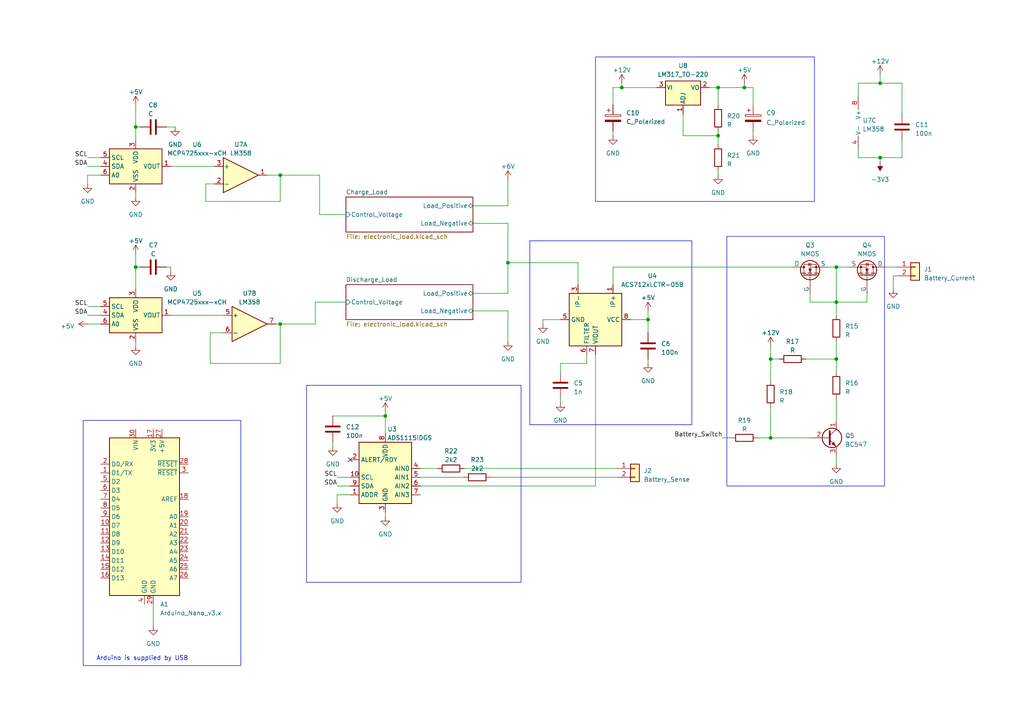
<source format=kicad_sch>
(kicad_sch (version 20230121) (generator eeschema)
  (paper "A4")
  (title_block (title "Battery Tester") (date "2023-10-22") (rev "1") (comment 1 "Author: Maximilian Mönikes"))
  (lib_symbols
    (symbol "Amplifier_Operational:LM358" (pin_names (offset 0.127))
      (property "Reference" "U" (at 0 5.08 0))
      (property "Value" "LM358" (at 0 -5.08 0))
      (symbol "LM358_1_1"
        (polyline (pts (xy -5.08 5.08) (xy 5.08 0) (xy -5.08 -5.08) (xy -5.08 5.08)) (stroke (width 0.254)) (fill (type background)))
        (pin output line (at 7.62 0 180) (length 2.54) (name "~") (number "1"))
        (pin input line (at -7.62 -2.54 0) (length 2.54) (name "-") (number "2"))
        (pin input line (at -7.62 2.54 0) (length 2.54) (name "+") (number "3"))
      )
      (symbol "LM358_2_1"
        (polyline (pts (xy -5.08 5.08) (xy 5.08 0) (xy -5.08 -5.08) (xy -5.08 5.08)) (stroke (width 0.254)) (fill (type background)))
        (pin input line (at -7.62 2.54 0) (length 2.54) (name "+") (number "5"))
        (pin input line (at -7.62 -2.54 0) (length 2.54) (name "-") (number "6"))
        (pin output line (at 7.62 0 180) (length 2.54) (name "~") (number "7"))
      )
      (symbol "LM358_3_1"
        (pin power_in line (at -2.54 -7.62 90) (length 3.81) (name "V-") (number "4"))
        (pin power_in line (at -2.54 7.62 270) (length 3.81) (name "V+") (number "8"))
      )
    )
    (symbol "Analog_ADC:ADS1115IDGS"
      (property "Reference" "U" (at 2.54 13.97 0))
      (property "Value" "ADS1115IDGS" (at 7.62 11.43 0))
      (symbol "ADS1115IDGS_0_1"
        (rectangle (start -7.62 10.16) (end 7.62 -7.62) (stroke (width 0.254)) (fill (type background)))
      )
      (symbol "ADS1115IDGS_1_1"
        (pin input line (at 10.16 -5.08 180) (length 2.54) (name "ADDR") (number "1"))
        (pin input line (at 10.16 0 180) (length 2.54) (name "SCL") (number "10"))
        (pin output line (at 10.16 5.08 180) (length 2.54) (name "ALERT/RDY") (number "2"))
        (pin power_in line (at 0 -10.16 90) (length 2.54) (name "GND") (number "3"))
        (pin input line (at -10.16 2.54 0) (length 2.54) (name "AIN0") (number "4"))
        (pin input line (at -10.16 0 0) (length 2.54) (name "AIN1") (number "5"))
        (pin input line (at -10.16 -2.54 0) (length 2.54) (name "AIN2") (number "6"))
        (pin input line (at -10.16 -5.08 0) (length 2.54) (name "AIN3") (number "7"))
        (pin power_in line (at 0 12.7 270) (length 2.54) (name "VDD") (number "8"))
        (pin bidirectional line (at 10.16 -2.54 180) (length 2.54) (name "SDA") (number "9"))
      )
    )
    (symbol "Analog_DAC:MCP4725xxx-xCH"
      (property "Reference" "U" (at -6.35 6.35 0))
      (property "Value" "MCP4725xxx-xCH" (at 8.89 6.35 0))
      (symbol "MCP4725xxx-xCH_0_1"
        (rectangle (start -7.62 5.08) (end 7.62 -5.08) (stroke (width 0.254)) (fill (type background)))
      )
      (symbol "MCP4725xxx-xCH_1_1"
        (pin output line (at 10.16 0 180) (length 2.54) (name "VOUT") (number "1"))
        (pin power_in line (at 0 -7.62 90) (length 2.54) (name "VSS") (number "2"))
        (pin power_in line (at 0 7.62 270) (length 2.54) (name "VDD") (number "3"))
        (pin bidirectional line (at -10.16 0 0) (length 2.54) (name "SDA") (number "4"))
        (pin input line (at -10.16 2.54 0) (length 2.54) (name "SCL") (number "5"))
        (pin input line (at -10.16 -2.54 0) (length 2.54) (name "A0") (number "6"))
      )
    )
    (symbol "Connector_Generic:Conn_01x02" (pin_names (offset 1.016) hide)
      (property "Reference" "J" (at 0 2.54 0))
      (property "Value" "Conn_01x02" (at 0 -5.08 0))
      (symbol "Conn_01x02_1_1"
        (rectangle (start -1.27 -2.413) (end 0 -2.667) (stroke (width 0.1524)))
        (rectangle (start -1.27 0.127) (end 0 -0.127) (stroke (width 0.1524)))
        (rectangle (start -1.27 1.27) (end 1.27 -3.81) (stroke (width 0.254)) (fill (type background)))
        (pin passive line (at -5.08 0 0) (length 3.81) (name "Pin_1") (number "1"))
        (pin passive line (at -5.08 -2.54 0) (length 3.81) (name "Pin_2") (number "2"))
      )
    )
    (symbol "Device:C" (pin_numbers hide) (pin_names (offset 0.254))
      (property "Reference" "C" (at 0.635 2.54 0))
      (property "Value" "C" (at 0.635 -2.54 0))
      (symbol "C_0_1"
        (polyline (pts (xy -2.032 -0.762) (xy 2.032 -0.762)) (stroke (width 0.508)))
        (polyline (pts (xy -2.032 0.762) (xy 2.032 0.762)) (stroke (width 0.508)))
      )
      (symbol "C_1_1"
        (pin passive line (at 0 3.81 270) (length 2.794) (name "~") (number "1"))
        (pin passive line (at 0 -3.81 90) (length 2.794) (name "~") (number "2"))
      )
    )
    (symbol "Device:C_Polarized" (pin_numbers hide) (pin_names (offset 0.254))
      (property "Reference" "C" (at 0.635 2.54 0))
      (property "Value" "C_Polarized" (at 0.635 -2.54 0))
      (symbol "C_Polarized_0_1"
        (rectangle (start -2.286 0.508) (end 2.286 1.016))
        (polyline (pts (xy -1.778 2.286) (xy -0.762 2.286)))
        (polyline (pts (xy -1.27 2.794) (xy -1.27 1.778)))
        (rectangle (start 2.286 -0.508) (end -2.286 -1.016) (fill (type outline)))
      )
      (symbol "C_Polarized_1_1"
        (pin passive line (at 0 3.81 270) (length 2.794) (name "~") (number "1"))
        (pin passive line (at 0 -3.81 90) (length 2.794) (name "~") (number "2"))
      )
    )
    (symbol "Device:R" (pin_numbers hide) (pin_names (offset 0))
      (property "Reference" "R" (at 2.032 0 90))
      (property "Value" "R" (at 0 0 90))
      (symbol "R_0_1"
        (rectangle (start -1.016 -2.54) (end 1.016 2.54) (stroke (width 0.254)))
      )
      (symbol "R_1_1"
        (pin passive line (at 0 3.81 270) (length 1.27) (name "~") (number "1"))
        (pin passive line (at 0 -3.81 90) (length 1.27) (name "~") (number "2"))
      )
    )
    (symbol "MCU_Module:Arduino_Nano_v3.x"
      (property "Reference" "A" (at -10.16 23.495 0))
      (property "Value" "Arduino_Nano_v3.x" (at 5.08 -24.13 0))
      (symbol "Arduino_Nano_v3.x_0_1"
        (rectangle (start -10.16 22.86) (end 10.16 -22.86) (stroke (width 0.254)) (fill (type background)))
      )
      (symbol "Arduino_Nano_v3.x_1_1"
        (pin bidirectional line (at -12.7 12.7 0) (length 2.54) (name "D1/TX") (number "1"))
        (pin bidirectional line (at -12.7 -2.54 0) (length 2.54) (name "D7") (number "10"))
        (pin bidirectional line (at -12.7 -5.08 0) (length 2.54) (name "D8") (number "11"))
        (pin bidirectional line (at -12.7 -7.62 0) (length 2.54) (name "D9") (number "12"))
        (pin bidirectional line (at -12.7 -10.16 0) (length 2.54) (name "D10") (number "13"))
        (pin bidirectional line (at -12.7 -12.7 0) (length 2.54) (name "D11") (number "14"))
        (pin bidirectional line (at -12.7 -15.24 0) (length 2.54) (name "D12") (number "15"))
        (pin bidirectional line (at -12.7 -17.78 0) (length 2.54) (name "D13") (number "16"))
        (pin power_out line (at 2.54 25.4 270) (length 2.54) (name "3V3") (number "17"))
        (pin input line (at 12.7 5.08 180) (length 2.54) (name "AREF") (number "18"))
        (pin bidirectional line (at 12.7 0 180) (length 2.54) (name "A0") (number "19"))
        (pin bidirectional line (at -12.7 15.24 0) (length 2.54) (name "D0/RX") (number "2"))
        (pin bidirectional line (at 12.7 -2.54 180) (length 2.54) (name "A1") (number "20"))
        (pin bidirectional line (at 12.7 -5.08 180) (length 2.54) (name "A2") (number "21"))
        (pin bidirectional line (at 12.7 -7.62 180) (length 2.54) (name "A3") (number "22"))
        (pin bidirectional line (at 12.7 -10.16 180) (length 2.54) (name "A4") (number "23"))
        (pin bidirectional line (at 12.7 -12.7 180) (length 2.54) (name "A5") (number "24"))
        (pin bidirectional line (at 12.7 -15.24 180) (length 2.54) (name "A6") (number "25"))
        (pin bidirectional line (at 12.7 -17.78 180) (length 2.54) (name "A7") (number "26"))
        (pin power_out line (at 5.08 25.4 270) (length 2.54) (name "+5V") (number "27"))
        (pin input line (at 12.7 15.24 180) (length 2.54) (name "~{RESET}") (number "28"))
        (pin power_in line (at 2.54 -25.4 90) (length 2.54) (name "GND") (number "29"))
        (pin input line (at 12.7 12.7 180) (length 2.54) (name "~{RESET}") (number "3"))
        (pin power_in line (at -2.54 25.4 270) (length 2.54) (name "VIN") (number "30"))
        (pin power_in line (at 0 -25.4 90) (length 2.54) (name "GND") (number "4"))
        (pin bidirectional line (at -12.7 10.16 0) (length 2.54) (name "D2") (number "5"))
        (pin bidirectional line (at -12.7 7.62 0) (length 2.54) (name "D3") (number "6"))
        (pin bidirectional line (at -12.7 5.08 0) (length 2.54) (name "D4") (number "7"))
        (pin bidirectional line (at -12.7 2.54 0) (length 2.54) (name "D5") (number "8"))
        (pin bidirectional line (at -12.7 0 0) (length 2.54) (name "D6") (number "9"))
      )
    )
    (symbol "Regulator_Linear:LM317_TO-220" (pin_names (offset 0.254))
      (property "Reference" "U" (at -3.81 3.175 0))
      (property "Value" "LM317_TO-220" (at 0 3.175 0))
      (symbol "LM317_TO-220_0_1"
        (rectangle (start -5.08 1.905) (end 5.08 -5.08) (stroke (width 0.254)) (fill (type background)))
      )
      (symbol "LM317_TO-220_1_1"
        (pin input line (at 0 -7.62 90) (length 2.54) (name "ADJ") (number "1"))
        (pin power_out line (at 7.62 0 180) (length 2.54) (name "VO") (number "2"))
        (pin power_in line (at -7.62 0 0) (length 2.54) (name "VI") (number "3"))
      )
    )
    (symbol "Sensor_Current:ACS712xLCTR-05B"
      (property "Reference" "U" (at 2.54 11.43 0))
      (property "Value" "ACS712xLCTR-05B" (at 2.54 8.89 0))
      (symbol "ACS712xLCTR-05B_0_1"
        (rectangle (start -7.62 7.62) (end 7.62 -7.62) (stroke (width 0.254)) (fill (type background)))
      )
      (symbol "ACS712xLCTR-05B_1_1"
        (pin passive line (at -10.16 5.08 0) (length 2.54) (name "IP+") (number "1"))
        (pin passive line (at -10.16 5.08 0) (length 2.54) hide (name "IP+") (number "2"))
        (pin passive line (at -10.16 -5.08 0) (length 2.54) (name "IP-") (number "3"))
        (pin passive line (at -10.16 -5.08 0) (length 2.54) hide (name "IP-") (number "4"))
        (pin power_in line (at 0 -10.16 90) (length 2.54) (name "GND") (number "5"))
        (pin passive line (at 10.16 -2.54 180) (length 2.54) (name "FILTER") (number "6"))
        (pin output line (at 10.16 0 180) (length 2.54) (name "VIOUT") (number "7"))
        (pin power_in line (at 0 10.16 270) (length 2.54) (name "VCC") (number "8"))
      )
    )
    (symbol "Simulation_SPICE:NMOS" (pin_numbers hide) (pin_names (offset 0))
      (property "Reference" "Q" (at 5.08 1.27 0))
      (property "Value" "NMOS" (at 5.08 -1.27 0))
      (symbol "NMOS_0_1"
        (polyline (pts (xy 0.254 0) (xy -2.54 0)))
        (polyline (pts (xy 0.254 1.905) (xy 0.254 -1.905)) (stroke (width 0.254)))
        (polyline (pts (xy 0.762 -1.27) (xy 0.762 -2.286)) (stroke (width 0.254)))
        (polyline (pts (xy 0.762 0.508) (xy 0.762 -0.508)) (stroke (width 0.254)))
        (polyline (pts (xy 0.762 2.286) (xy 0.762 1.27)) (stroke (width 0.254)))
        (polyline (pts (xy 2.54 2.54) (xy 2.54 1.778)))
        (polyline (pts (xy 2.54 -2.54) (xy 2.54 0) (xy 0.762 0)))
        (polyline (pts (xy 0.762 -1.778) (xy 3.302 -1.778) (xy 3.302 1.778) (xy 0.762 1.778)))
        (polyline (pts (xy 1.016 0) (xy 2.032 0.381) (xy 2.032 -0.381) (xy 1.016 0)) (fill (type outline)))
        (polyline (pts (xy 2.794 0.508) (xy 2.921 0.381) (xy 3.683 0.381) (xy 3.81 0.254)))
        (polyline (pts (xy 3.302 0.381) (xy 2.921 -0.254) (xy 3.683 -0.254) (xy 3.302 0.381)))
        (circle (center 1.651 0) (radius 2.794) (stroke (width 0.254)))
        (circle (center 2.54 -1.778) (radius 0.254) (fill (type outline)))
        (circle (center 2.54 1.778) (radius 0.254) (fill (type outline)))
      )
      (symbol "NMOS_1_1"
        (pin passive line (at 2.54 5.08 270) (length 2.54) (name "D") (number "1"))
        (pin input line (at -5.08 0 0) (length 2.54) (name "G") (number "2"))
        (pin passive line (at 2.54 -5.08 90) (length 2.54) (name "S") (number "3"))
      )
    )
    (symbol "Transistor_BJT:BC547" (pin_names (offset 0) hide)
      (property "Reference" "Q" (at 5.08 1.905 0))
      (property "Value" "BC547" (at 5.08 0 0))
      (symbol "BC547_0_1"
        (polyline (pts (xy 0 0) (xy 0.635 0)))
        (polyline (pts (xy 0.635 0.635) (xy 2.54 2.54)))
        (polyline (pts (xy 0.635 -0.635) (xy 2.54 -2.54) (xy 2.54 -2.54)))
        (polyline (pts (xy 0.635 1.905) (xy 0.635 -1.905) (xy 0.635 -1.905)) (stroke (width 0.508)))
        (polyline (pts (xy 1.27 -1.778) (xy 1.778 -1.27) (xy 2.286 -2.286) (xy 1.27 -1.778) (xy 1.27 -1.778)) (fill (type outline)))
        (circle (center 1.27 0) (radius 2.8194) (stroke (width 0.254)))
      )
      (symbol "BC547_1_1"
        (pin passive line (at 2.54 5.08 270) (length 2.54) (name "C") (number "1"))
        (pin input line (at -5.08 0 0) (length 5.08) (name "B") (number "2"))
        (pin passive line (at 2.54 -5.08 90) (length 2.54) (name "E") (number "3"))
      )
    )
    (symbol "power:+12V" (power) (pin_names (offset 0))
      (property "Value" "+12V" (at 0 3.556 0))
      (symbol "+12V_0_1"
        (polyline (pts (xy -0.762 1.27) (xy 0 2.54)))
        (polyline (pts (xy 0 0) (xy 0 2.54)))
        (polyline (pts (xy 0 2.54) (xy 0.762 1.27)))
      )
      (symbol "+12V_1_1"
        (pin power_in line (at 0 0 90) (length 0) hide (name "+12V") (number "1"))
      )
    )
    (symbol "power:+5V" (power) (pin_names (offset 0))
      (property "Value" "+5V" (at 0 3.556 0))
      (symbol "+5V_0_1"
        (polyline (pts (xy -0.762 1.27) (xy 0 2.54)))
        (polyline (pts (xy 0 0) (xy 0 2.54)))
        (polyline (pts (xy 0 2.54) (xy 0.762 1.27)))
      )
      (symbol "+5V_1_1"
        (pin power_in line (at 0 0 90) (length 0) hide (name "+5V") (number "1"))
      )
    )
    (symbol "power:+6V" (power) (pin_names (offset 0))
      (property "Value" "+6V" (at 0 3.556 0))
      (symbol "+6V_0_1"
        (polyline (pts (xy -0.762 1.27) (xy 0 2.54)))
        (polyline (pts (xy 0 0) (xy 0 2.54)))
        (polyline (pts (xy 0 2.54) (xy 0.762 1.27)))
      )
      (symbol "+6V_1_1"
        (pin power_in line (at 0 0 90) (length 0) hide (name "+6V") (number "1"))
      )
    )
    (symbol "power:-3V3" (power) (pin_names (offset 0))
      (property "Value" "-3V3" (at 0 3.81 0))
      (symbol "-3V3_0_0"
        (pin power_in line (at 0 0 90) (length 0) hide (name "-3V3") (number "1"))
      )
      (symbol "-3V3_0_1"
        (polyline (pts (xy 0 0) (xy 0 1.27) (xy 0.762 1.27) (xy 0 2.54) (xy -0.762 1.27) (xy 0 1.27)) (fill (type outline)))
      )
    )
    (symbol "power:GND" (power) (pin_names (offset 0))
      (property "Value" "GND" (at 0 -3.81 0))
      (symbol "GND_0_1"
        (polyline (pts (xy 0 0) (xy 0 -1.27) (xy 1.27 -1.27) (xy 0 -2.54) (xy -1.27 -1.27) (xy 0 -1.27)))
      )
      (symbol "GND_1_1"
        (pin power_in line (at 0 0 270) (length 0) hide (name "GND") (number "1"))
      )
    )
  )
  (junction (at 215.9 25.4))
  (junction (at 147.32 76.2))
  (junction (at 242.57 87.63))
  (junction (at 39.37 77.47))
  (junction (at 208.28 25.4))
  (junction (at 180.34 25.4))
  (junction (at 111.76 120.65))
  (junction (at 223.52 127))
  (junction (at 242.57 104.14))
  (junction (at 187.96 92.71))
  (junction (at 208.28 39.37))
  (junction (at 255.27 45.72))
  (junction (at 242.57 77.47))
  (junction (at 81.28 93.98))
  (junction (at 39.37 36.83))
  (junction (at 223.52 104.14))
  (junction (at 81.28 50.8))
  (junction (at 255.27 24.13))
  (no_connect (at 101.6 133.35))
  (wire (pts (xy 172.72 140.97) (xy 121.92 140.97)))
  (wire (pts (xy 39.37 77.47) (xy 39.37 83.82)))
  (wire (pts (xy 25.4 48.26) (xy 29.21 48.26)))
  (wire (pts (xy 97.79 140.97) (xy 101.6 140.97)))
  (wire (pts (xy 177.8 30.48) (xy 177.8 25.4)))
  (wire (pts (xy 62.23 53.34) (xy 59.69 53.34)))
  (wire (pts (xy 261.62 45.72) (xy 261.62 40.64)))
  (wire (pts (xy 147.32 76.2) (xy 147.32 85.09)))
  (wire (pts (xy 162.56 105.41) (xy 170.18 105.41)))
  (wire (pts (xy 111.76 120.65) (xy 111.76 125.73)))
  (wire (pts (xy 218.44 30.48) (xy 218.44 25.4)))
  (wire (pts (xy 59.69 53.34) (xy 59.69 58.42)))
  (wire (pts (xy 137.16 85.09) (xy 147.32 85.09)))
  (wire (pts (xy 97.79 143.51) (xy 101.6 143.51)))
  (wire (pts (xy 157.48 92.71) (xy 162.56 92.71)))
  (wire (pts (xy 242.57 99.06) (xy 242.57 104.14)))
  (wire (pts (xy 142.24 138.43) (xy 179.07 138.43)))
  (wire (pts (xy 177.8 77.47) (xy 229.87 77.47)))
  (wire (pts (xy 251.46 87.63) (xy 251.46 85.09)))
  (wire (pts (xy 147.32 90.17) (xy 137.16 90.17)))
  (wire (pts (xy 255.27 45.72) (xy 255.27 46.99)))
  (wire (pts (xy 39.37 36.83) (xy 39.37 40.64)))
  (wire (pts (xy 233.68 104.14) (xy 242.57 104.14)))
  (wire (pts (xy 97.79 138.43) (xy 101.6 138.43)))
  (wire (pts (xy 208.28 30.48) (xy 208.28 25.4)))
  (wire (pts (xy 147.32 99.06) (xy 147.32 90.17)))
  (wire (pts (xy 39.37 55.88) (xy 39.37 57.15)))
  (wire (pts (xy 180.34 25.4) (xy 190.5 25.4)))
  (wire (pts (xy 219.71 127) (xy 223.52 127)))
  (wire (pts (xy 234.95 87.63) (xy 242.57 87.63)))
  (wire (pts (xy 170.18 105.41) (xy 170.18 102.87)))
  (wire (pts (xy 81.28 93.98) (xy 80.01 93.98)))
  (wire (pts (xy 248.92 45.72) (xy 255.27 45.72)))
  (wire (pts (xy 167.64 76.2) (xy 167.64 82.55)))
  (wire (pts (xy 208.28 25.4) (xy 215.9 25.4)))
  (wire (pts (xy 198.12 39.37) (xy 208.28 39.37)))
  (wire (pts (xy 147.32 64.77) (xy 137.16 64.77)))
  (wire (pts (xy 39.37 73.66) (xy 39.37 77.47)))
  (wire (pts (xy 25.4 93.98) (xy 29.21 93.98)))
  (wire (pts (xy 259.08 80.01) (xy 260.35 80.01)))
  (wire (pts (xy 180.34 24.13) (xy 180.34 25.4)))
  (wire (pts (xy 242.57 77.47) (xy 246.38 77.47)))
  (wire (pts (xy 111.76 120.65) (xy 96.52 120.65)))
  (wire (pts (xy 261.62 24.13) (xy 261.62 33.02)))
  (wire (pts (xy 147.32 76.2) (xy 167.64 76.2)))
  (wire (pts (xy 162.56 107.95) (xy 162.56 105.41)))
  (wire (pts (xy 134.62 135.89) (xy 179.07 135.89)))
  (wire (pts (xy 240.03 77.47) (xy 242.57 77.47)))
  (wire (pts (xy 198.12 33.02) (xy 198.12 39.37)))
  (wire (pts (xy 147.32 64.77) (xy 147.32 76.2)))
  (wire (pts (xy 172.72 102.87) (xy 172.72 140.97)))
  (wire (pts (xy 205.74 25.4) (xy 208.28 25.4)))
  (wire (pts (xy 242.57 132.08) (xy 242.57 134.62)))
  (wire (pts (xy 255.27 24.13) (xy 261.62 24.13)))
  (wire (pts (xy 81.28 58.42) (xy 81.28 50.8)))
  (wire (pts (xy 223.52 100.33) (xy 223.52 104.14)))
  (wire (pts (xy 111.76 148.59) (xy 111.76 149.86)))
  (wire (pts (xy 147.32 52.07) (xy 147.32 59.69)))
  (wire (pts (xy 49.53 91.44) (xy 64.77 91.44)))
  (wire (pts (xy 81.28 93.98) (xy 91.44 93.98)))
  (wire (pts (xy 208.28 39.37) (xy 208.28 38.1)))
  (wire (pts (xy 256.54 77.47) (xy 260.35 77.47)))
  (wire (pts (xy 208.28 49.53) (xy 208.28 50.8)))
  (wire (pts (xy 242.57 115.57) (xy 242.57 121.92)))
  (wire (pts (xy 187.96 90.17) (xy 187.96 92.71)))
  (wire (pts (xy 25.4 91.44) (xy 29.21 91.44)))
  (wire (pts (xy 177.8 77.47) (xy 177.8 82.55)))
  (wire (pts (xy 91.44 87.63) (xy 100.33 87.63)))
  (wire (pts (xy 25.4 45.72) (xy 29.21 45.72)))
  (wire (pts (xy 60.96 105.41) (xy 81.28 105.41)))
  (wire (pts (xy 162.56 116.84) (xy 162.56 115.57)))
  (wire (pts (xy 234.95 85.09) (xy 234.95 87.63)))
  (wire (pts (xy 208.28 39.37) (xy 208.28 41.91)))
  (wire (pts (xy 242.57 104.14) (xy 242.57 107.95)))
  (wire (pts (xy 255.27 45.72) (xy 261.62 45.72)))
  (wire (pts (xy 39.37 77.47) (xy 40.64 77.47)))
  (wire (pts (xy 157.48 93.98) (xy 157.48 92.71)))
  (wire (pts (xy 39.37 99.06) (xy 39.37 100.33)))
  (wire (pts (xy 49.53 77.47) (xy 49.53 78.74)))
  (wire (pts (xy 248.92 27.94) (xy 248.92 24.13)))
  (wire (pts (xy 92.71 62.23) (xy 100.33 62.23)))
  (wire (pts (xy 215.9 25.4) (xy 218.44 25.4)))
  (wire (pts (xy 25.4 50.8) (xy 29.21 50.8)))
  (wire (pts (xy 177.8 25.4) (xy 180.34 25.4)))
  (wire (pts (xy 121.92 138.43) (xy 134.62 138.43)))
  (wire (pts (xy 255.27 21.59) (xy 255.27 24.13)))
  (wire (pts (xy 209.55 127) (xy 212.09 127)))
  (wire (pts (xy 48.26 36.83) (xy 50.8 36.83)))
  (wire (pts (xy 242.57 87.63) (xy 251.46 87.63)))
  (wire (pts (xy 242.57 91.44) (xy 242.57 87.63)))
  (wire (pts (xy 64.77 96.52) (xy 60.96 96.52)))
  (wire (pts (xy 182.88 92.71) (xy 187.96 92.71)))
  (wire (pts (xy 96.52 129.54) (xy 96.52 128.27)))
  (wire (pts (xy 39.37 36.83) (xy 40.64 36.83)))
  (wire (pts (xy 91.44 93.98) (xy 91.44 87.63)))
  (wire (pts (xy 177.8 38.1) (xy 177.8 39.37)))
  (wire (pts (xy 137.16 59.69) (xy 147.32 59.69)))
  (wire (pts (xy 97.79 146.05) (xy 97.79 143.51)))
  (wire (pts (xy 242.57 87.63) (xy 242.57 77.47)))
  (wire (pts (xy 248.92 43.18) (xy 248.92 45.72)))
  (wire (pts (xy 248.92 24.13) (xy 255.27 24.13)))
  (wire (pts (xy 81.28 105.41) (xy 81.28 93.98)))
  (wire (pts (xy 187.96 92.71) (xy 187.96 96.52)))
  (wire (pts (xy 223.52 104.14) (xy 226.06 104.14)))
  (wire (pts (xy 59.69 58.42) (xy 81.28 58.42)))
  (wire (pts (xy 49.53 48.26) (xy 62.23 48.26)))
  (wire (pts (xy 259.08 83.82) (xy 259.08 80.01)))
  (wire (pts (xy 223.52 118.11) (xy 223.52 127)))
  (wire (pts (xy 187.96 105.41) (xy 187.96 104.14)))
  (wire (pts (xy 218.44 38.1) (xy 218.44 39.37)))
  (wire (pts (xy 81.28 50.8) (xy 92.71 50.8)))
  (wire (pts (xy 44.45 175.26) (xy 44.45 181.61)))
  (wire (pts (xy 60.96 96.52) (xy 60.96 105.41)))
  (wire (pts (xy 48.26 77.47) (xy 49.53 77.47)))
  (wire (pts (xy 223.52 110.49) (xy 223.52 104.14)))
  (wire (pts (xy 39.37 30.48) (xy 39.37 36.83)))
  (wire (pts (xy 111.76 119.38) (xy 111.76 120.65)))
  (wire (pts (xy 25.4 88.9) (xy 29.21 88.9)))
  (wire (pts (xy 81.28 50.8) (xy 77.47 50.8)))
  (wire (pts (xy 215.9 24.13) (xy 215.9 25.4)))
  (wire (pts (xy 223.52 127) (xy 234.95 127)))
  (wire (pts (xy 92.71 50.8) (xy 92.71 62.23)))
  (wire (pts (xy 121.92 135.89) (xy 127 135.89)))
  (wire (pts (xy 25.4 53.34) (xy 25.4 50.8)))
  (rectangle (start 153.67 69.85) (end 200.66 123.19))
  (rectangle (start 24.13 121.92) (end 69.85 193.04))
  (rectangle (start 88.9 111.76) (end 151.13 168.91))
  (rectangle (start 172.72 16.51) (end 236.22 58.42))
  (rectangle (start 210.82 68.58) (end 256.54 140.97))
  (text "Arduino is supplied by USB" (at 27.94 191.77 0) (effects (font (size 1.27 1.27)) (justify left bottom)))
  (label "SCL" (at 97.79 138.43 180))
  (label "SCL" (at 25.4 45.72 180))
  (label "SDA" (at 97.79 140.97 180))
  (label "Battery_Switch" (at 209.55 127 180))
  (label "SCL" (at 25.4 88.9 180))
  (label "SDA" (at 25.4 91.44 180))
  (label "SDA" (at 25.4 48.26 180))
  (symbol (lib_id "Device:R") (at 130.81 135.89 90) (unit 1)
    (property "Reference" "R22" (at 130.81 130.81 90))
    (property "Value" "2k2" (at 130.81 133.35 90))
  )
  (symbol (lib_id "Device:R") (at 242.57 111.76 180) (unit 1)
    (property "Reference" "R16" (at 245.11 111.125 0) (effects (justify right)))
    (property "Value" "R" (at 245.11 113.665 0) (effects (justify right)))
  )
  (symbol (lib_id "Device:C") (at 96.52 124.46 180) (unit 1)
    (property "Reference" "C12" (at 100.33 123.825 0) (effects (justify right)))
    (property "Value" "100n" (at 100.33 126.365 0) (effects (justify right)))
  )
  (symbol (lib_id "Simulation_SPICE:NMOS") (at 234.95 80.01 90) (unit 1)
    (property "Reference" "Q3" (at 234.95 71.12 90))
    (property "Value" "NMOS" (at 234.95 73.66 90))
    (property "Datasheet" "https://ngspice.sourceforge.io/docs/ngspice-manual.pdf" (effects hide))
    (property "Sim.Device" "NMOS" (effects hide))
    (property "Sim.Type" "VDMOS" (effects hide))
    (property "Sim.Pins" "1=D 2=G 3=S" (effects hide))
  )
  (symbol (lib_id "power:+5V") (at 111.76 119.38 0) (unit 1)
    (property "Reference" "#PWR031" (effects hide))
    (property "Value" "+5V" (at 111.76 115.57 0))
  )
  (symbol (lib_id "power:GND") (at 157.48 93.98 0) (unit 1)
    (property "Reference" "#PWR09" (effects hide))
    (property "Value" "GND" (at 157.48 99.06 0))
  )
  (symbol (lib_id "Regulator_Linear:LM317_TO-220") (at 198.12 25.4 0) (unit 1)
    (property "Reference" "U8" (at 198.12 19.05 0))
    (property "Value" "LM317_TO-220" (at 198.12 21.59 0))
    (property "Footprint" "Package_TO_SOT_THT:TO-220-3_Vertical" (effects hide))
    (property "Datasheet" "http://www.ti.com/lit/ds/symlink/lm317.pdf" (effects hide))
  )
  (symbol (lib_id "power:GND") (at 208.28 50.8 0) (unit 1)
    (property "Reference" "#PWR023" (effects hide))
    (property "Value" "GND" (at 208.28 55.88 0))
  )
  (symbol (lib_id "power:GND") (at 50.8 36.83 0) (unit 1)
    (property "Reference" "#PWR020" (effects hide))
    (property "Value" "GND" (at 50.8 41.91 0))
  )
  (symbol (lib_id "power:+12V") (at 223.52 100.33 0) (unit 1)
    (property "Reference" "#PWR013" (effects hide))
    (property "Value" "+12V" (at 223.52 96.52 0))
  )
  (symbol (lib_id "Device:R") (at 215.9 127 90) (unit 1)
    (property "Reference" "R19" (at 215.9 121.92 90))
    (property "Value" "R" (at 215.9 124.46 90))
  )
  (symbol (lib_id "Amplifier_Operational:LM358") (at 72.39 93.98 0) (unit 2)
    (property "Reference" "U7" (at 72.39 85.09 0))
    (property "Value" "LM358" (at 72.39 87.63 0))
    (property "Datasheet" "http://www.ti.com/lit/ds/symlink/lm2904-n.pdf" (effects hide))
  )
  (symbol (lib_id "Device:R") (at 223.52 114.3 0) (unit 1)
    (property "Reference" "R18" (at 226.06 113.665 0) (effects (justify left)))
    (property "Value" "R" (at 226.06 116.205 0) (effects (justify left)))
  )
  (symbol (lib_id "MCU_Module:Arduino_Nano_v3.x") (at 41.91 149.86 0) (unit 1)
    (property "Reference" "A1" (at 46.4059 175.26 0) (effects (justify left)))
    (property "Value" "Arduino_Nano_v3.x" (at 46.4059 177.8 0) (effects (justify left)))
    (property "Footprint" "Module:Arduino_Nano" (effects hide))
    (property "Datasheet" "http://www.mouser.com/pdfdocs/Gravitech_Arduino_Nano3_0.pdf" (effects hide))
  )
  (symbol (lib_id "power:GND") (at 44.45 181.61 0) (unit 1)
    (property "Reference" "#PWR035" (effects hide))
    (property "Value" "GND" (at 44.45 186.69 0))
  )
  (symbol (lib_id "Device:R") (at 208.28 45.72 0) (unit 1)
    (property "Reference" "R21" (at 210.82 45.085 0) (effects (justify left)))
    (property "Value" "R" (at 210.82 47.625 0) (effects (justify left)))
  )
  (symbol (lib_id "power:+12V") (at 255.27 21.59 0) (unit 1)
    (property "Reference" "#PWR022" (effects hide))
    (property "Value" "+12V" (at 255.27 17.78 0))
  )
  (symbol (lib_id "power:GND") (at 96.52 129.54 0) (unit 1)
    (property "Reference" "#PWR033" (effects hide))
    (property "Value" "GND" (at 96.52 134.62 0))
  )
  (symbol (lib_id "power:GND") (at 242.57 134.62 0) (unit 1)
    (property "Reference" "#PWR014" (effects hide))
    (property "Value" "GND" (at 242.57 139.7 0))
  )
  (symbol (lib_id "Analog_DAC:MCP4725xxx-xCH") (at 39.37 48.26 0) (unit 1)
    (property "Reference" "U6" (at 57.15 41.91 0))
    (property "Value" "MCP4725xxx-xCH" (at 57.15 44.45 0))
    (property "Footprint" "Package_TO_SOT_SMD:SOT-23-6" (effects hide))
    (property "Datasheet" "http://ww1.microchip.com/downloads/en/DeviceDoc/22039d.pdf" (effects hide))
  )
  (symbol (lib_id "Device:C") (at 44.45 36.83 90) (unit 1)
    (property "Reference" "C8" (at 45.72 30.48 90) (effects (justify left)))
    (property "Value" "C" (at 44.45 33.02 90) (effects (justify left)))
  )
  (symbol (lib_id "Connector_Generic:Conn_01x02") (at 184.15 135.89 0) (unit 1)
    (property "Reference" "J2" (at 186.69 136.525 0) (effects (justify left)))
    (property "Value" "Battery_Sense" (at 186.69 139.065 0) (effects (justify left)))
  )
  (symbol (lib_id "power:+5V") (at 25.4 93.98 90) (unit 1)
    (property "Reference" "#PWR029" (effects hide))
    (property "Value" "+5V" (at 21.59 94.615 90) (effects (justify left)))
  )
  (symbol (lib_id "Device:R") (at 208.28 34.29 0) (unit 1)
    (property "Reference" "R20" (at 210.82 33.655 0) (effects (justify left)))
    (property "Value" "R" (at 210.82 36.195 0) (effects (justify left)))
  )
  (symbol (lib_id "Device:C_Polarized") (at 177.8 34.29 0) (unit 1)
    (property "Reference" "C10" (at 181.61 32.766 0) (effects (justify left)))
    (property "Value" "C_Polarized" (at 181.61 35.306 0) (effects (justify left)))
  )
  (symbol (lib_id "power:GND") (at 97.79 146.05 0) (unit 1)
    (property "Reference" "#PWR030" (effects hide))
    (property "Value" "GND" (at 97.79 151.13 0))
  )
  (symbol (lib_id "power:GND") (at 49.53 78.74 0) (unit 1)
    (property "Reference" "#PWR015" (effects hide))
    (property "Value" "GND" (at 49.53 83.82 0))
  )
  (symbol (lib_id "power:GND") (at 39.37 57.15 0) (unit 1)
    (property "Reference" "#PWR019" (effects hide))
    (property "Value" "GND" (at 39.37 62.23 0))
  )
  (symbol (lib_id "power:GND") (at 218.44 39.37 0) (unit 1)
    (property "Reference" "#PWR025" (effects hide))
    (property "Value" "GND" (at 218.44 44.45 0))
  )
  (symbol (lib_id "Analog_DAC:MCP4725xxx-xCH") (at 39.37 91.44 0) (unit 1)
    (property "Reference" "U5" (at 57.15 85.09 0))
    (property "Value" "MCP4725xxx-xCH" (at 57.15 87.63 0))
    (property "Footprint" "Package_TO_SOT_SMD:SOT-23-6" (effects hide))
    (property "Datasheet" "http://ww1.microchip.com/downloads/en/DeviceDoc/22039d.pdf" (effects hide))
  )
  (symbol (lib_id "Device:R") (at 242.57 95.25 0) (unit 1)
    (property "Reference" "R15" (at 245.11 94.615 0) (effects (justify left)))
    (property "Value" "R" (at 245.11 97.155 0) (effects (justify left)))
  )
  (symbol (lib_id "power:GND") (at 25.4 53.34 0) (unit 1)
    (property "Reference" "#PWR028" (effects hide))
    (property "Value" "GND" (at 25.4 58.42 0))
  )
  (symbol (lib_id "power:-3V3") (at 255.27 46.99 180) (unit 1)
    (property "Reference" "#PWR021" (effects hide))
    (property "Value" "-3V3" (at 255.27 52.07 0))
  )
  (symbol (lib_id "power:+5V") (at 187.96 90.17 0) (unit 1)
    (property "Reference" "#PWR011" (effects hide))
    (property "Value" "+5V" (at 187.96 86.36 0))
  )
  (symbol (lib_id "power:GND") (at 111.76 149.86 0) (unit 1)
    (property "Reference" "#PWR032" (effects hide))
    (property "Value" "GND" (at 111.76 154.94 0))
  )
  (symbol (lib_id "Connector_Generic:Conn_01x02") (at 265.43 77.47 0) (unit 1)
    (property "Reference" "J1" (at 267.97 78.105 0) (effects (justify left)))
    (property "Value" "Battery_Current" (at 267.97 80.645 0) (effects (justify left)))
  )
  (symbol (lib_id "power:GND") (at 177.8 39.37 0) (unit 1)
    (property "Reference" "#PWR024" (effects hide))
    (property "Value" "GND" (at 177.8 44.45 0))
  )
  (symbol (lib_id "Device:C_Polarized") (at 218.44 34.29 0) (unit 1)
    (property "Reference" "C9" (at 222.25 32.766 0) (effects (justify left)))
    (property "Value" "C_Polarized" (at 222.25 35.56 0) (effects (justify left)))
  )
  (symbol (lib_id "Device:R") (at 138.43 138.43 90) (unit 1)
    (property "Reference" "R23" (at 138.43 133.35 90))
    (property "Value" "2k2" (at 138.43 135.89 90))
  )
  (symbol (lib_id "Amplifier_Operational:LM358") (at 251.46 35.56 0) (unit 3)
    (property "Reference" "U7" (at 250.19 34.925 0) (effects (justify left)))
    (property "Value" "LM358" (at 250.19 37.465 0) (effects (justify left)))
    (property "Datasheet" "http://www.ti.com/lit/ds/symlink/lm2904-n.pdf" (effects hide))
  )
  (symbol (lib_id "Device:C") (at 162.56 111.76 0) (unit 1)
    (property "Reference" "C5" (at 166.37 111.125 0) (effects (justify left)))
    (property "Value" "1n" (at 166.37 113.665 0) (effects (justify left)))
  )
  (symbol (lib_id "Device:R") (at 229.87 104.14 270) (unit 1)
    (property "Reference" "R17" (at 229.87 99.06 90))
    (property "Value" "R" (at 229.87 101.6 90))
  )
  (symbol (lib_id "power:GND") (at 39.37 100.33 0) (unit 1)
    (property "Reference" "#PWR016" (effects hide))
    (property "Value" "GND" (at 39.37 105.41 0))
  )
  (symbol (lib_id "Device:C") (at 261.62 36.83 0) (unit 1)
    (property "Reference" "C11" (at 265.43 36.195 0) (effects (justify left)))
    (property "Value" "100n" (at 265.43 38.735 0) (effects (justify left)))
  )
  (symbol (lib_id "Simulation_SPICE:NMOS") (at 251.46 80.01 270) (mirror x) (unit 1)
    (property "Reference" "Q4" (at 251.46 71.12 90))
    (property "Value" "NMOS" (at 251.46 73.66 90))
    (property "Datasheet" "https://ngspice.sourceforge.io/docs/ngspice-manual.pdf" (effects hide))
    (property "Sim.Device" "NMOS" (effects hide))
    (property "Sim.Type" "VDMOS" (effects hide))
    (property "Sim.Pins" "1=D 2=G 3=S" (effects hide))
  )
  (symbol (lib_id "Transistor_BJT:BC547") (at 240.03 127 0) (unit 1)
    (property "Reference" "Q5" (at 245.11 126.365 0) (effects (justify left)))
    (property "Value" "BC547" (at 245.11 128.905 0) (effects (justify left)))
    (property "Footprint" "Package_TO_SOT_THT:TO-92_Inline" (effects hide))
    (property "Datasheet" "https://www.onsemi.com/pub/Collateral/BC550-D.pdf" (effects hide))
  )
  (symbol (lib_id "Sensor_Current:ACS712xLCTR-05B") (at 172.72 92.71 270) (unit 1)
    (property "Reference" "U4" (at 189.23 80.01 90))
    (property "Value" "ACS712xLCTR-05B" (at 189.23 82.55 90))
    (property "Footprint" "Package_SO:SOIC-8_3.9x4.9mm_P1.27mm" (effects hide))
    (property "Datasheet" "http://www.allegromicro.com/~/media/Files/Datasheets/ACS712-Datasheet.ashx?la=en" (effects hide))
  )
  (symbol (lib_id "power:+12V") (at 180.34 24.13 0) (unit 1)
    (property "Reference" "#PWR026" (effects hide))
    (property "Value" "+12V" (at 180.34 20.32 0))
  )
  (symbol (lib_id "Device:C") (at 187.96 100.33 0) (unit 1)
    (property "Reference" "C6" (at 191.77 99.695 0) (effects (justify left)))
    (property "Value" "100n" (at 191.77 102.235 0) (effects (justify left)))
  )
  (symbol (lib_id "power:+5V") (at 39.37 30.48 0) (unit 1)
    (property "Reference" "#PWR018" (effects hide))
    (property "Value" "+5V" (at 39.37 26.67 0))
  )
  (symbol (lib_id "power:GND") (at 147.32 99.06 0) (unit 1)
    (property "Reference" "#PWR08" (effects hide))
    (property "Value" "GND" (at 147.32 104.14 0))
  )
  (symbol (lib_id "power:GND") (at 259.08 83.82 0) (unit 1)
    (property "Reference" "#PWR034" (effects hide))
    (property "Value" "GND" (at 259.08 88.9 0))
  )
  (symbol (lib_id "power:+5V") (at 39.37 73.66 0) (unit 1)
    (property "Reference" "#PWR017" (effects hide))
    (property "Value" "+5V" (at 39.37 69.85 0))
  )
  (symbol (lib_id "power:+6V") (at 147.32 52.07 0) (unit 1)
    (property "Reference" "#PWR07" (effects hide))
    (property "Value" "+6V" (at 147.32 48.26 0))
  )
  (symbol (lib_id "power:GND") (at 162.56 116.84 0) (unit 1)
    (property "Reference" "#PWR012" (effects hide))
    (property "Value" "GND" (at 162.56 121.92 0))
  )
  (symbol (lib_id "Analog_ADC:ADS1115IDGS") (at 111.76 138.43 0) (mirror y) (unit 1)
    (property "Reference" "U3" (at 112.3441 124.46 0) (effects (justify right)))
    (property "Value" "ADS1115IDGS" (at 112.3441 127 0) (effects (justify right)))
    (property "Footprint" "Package_SO:TSSOP-10_3x3mm_P0.5mm" (effects hide))
    (property "Datasheet" "http://www.ti.com/lit/ds/symlink/ads1113.pdf" (effects hide))
  )
  (symbol (lib_id "power:+5V") (at 215.9 24.13 0) (unit 1)
    (property "Reference" "#PWR027" (effects hide))
    (property "Value" "+5V" (at 215.9 20.32 0))
  )
  (symbol (lib_id "power:GND") (at 187.96 105.41 0) (unit 1)
    (property "Reference" "#PWR010" (effects hide))
    (property "Value" "GND" (at 187.96 110.49 0))
  )
  (symbol (lib_id "Device:C") (at 44.45 77.47 90) (unit 1)
    (property "Reference" "C7" (at 44.45 71.12 90))
    (property "Value" "C" (at 44.45 73.66 90))
  )
  (symbol (lib_id "Amplifier_Operational:LM358") (at 69.85 50.8 0) (unit 1)
    (property "Reference" "U7" (at 69.85 41.91 0))
    (property "Value" "LM358" (at 69.85 44.45 0))
    (property "Datasheet" "http://www.ti.com/lit/ds/symlink/lm2904-n.pdf" (effects hide))
  )
  (sheet (at 100.33 57.15) (size 36.83 10.16) (stroke (width 0.1524))
    (property "Sheetname" "Charge_Load" (at 100.33 56.4384 0) (effects (justify left bottom)))
    (property "Sheetfile" "electronic_load.kicad_sch" (at 100.33 67.8946 0) (effects (justify left top)))
    (pin "Control_Voltage" input (at 100.33 62.23 180))
    (pin "Load_Negative" bidirectional (at 137.16 64.77 0))
    (pin "Load_Positive" bidirectional (at 137.16 59.69 0))
  )
  (sheet (at 100.33 82.55) (size 36.83 10.16) (stroke (width 0.1524))
    (property "Sheetname" "Discharge_Load" (at 100.33 81.8384 0) (effects (justify left bottom)))
    (property "Sheetfile" "electronic_load.kicad_sch" (at 100.33 93.2946 0) (effects (justify left top)))
    (pin "Control_Voltage" input (at 100.33 87.63 180))
    (pin "Load_Negative" bidirectional (at 137.16 90.17 0))
    (pin "Load_Positive" bidirectional (at 137.16 85.09 0))
  )
)
</source>
